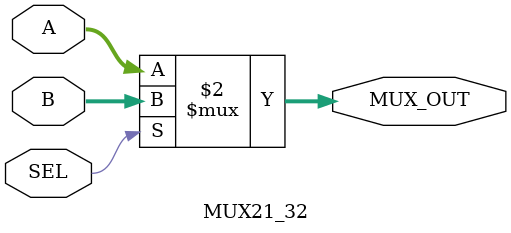
<source format=v>
`timescale 1ns / 1ps
module MUX21_32(
   input [31 : 0] A, B,
	input SEL,
	output [31: 0] MUX_OUT
    );

	assign MUX_OUT = (SEL==1) ? B : A; 

endmodule

</source>
